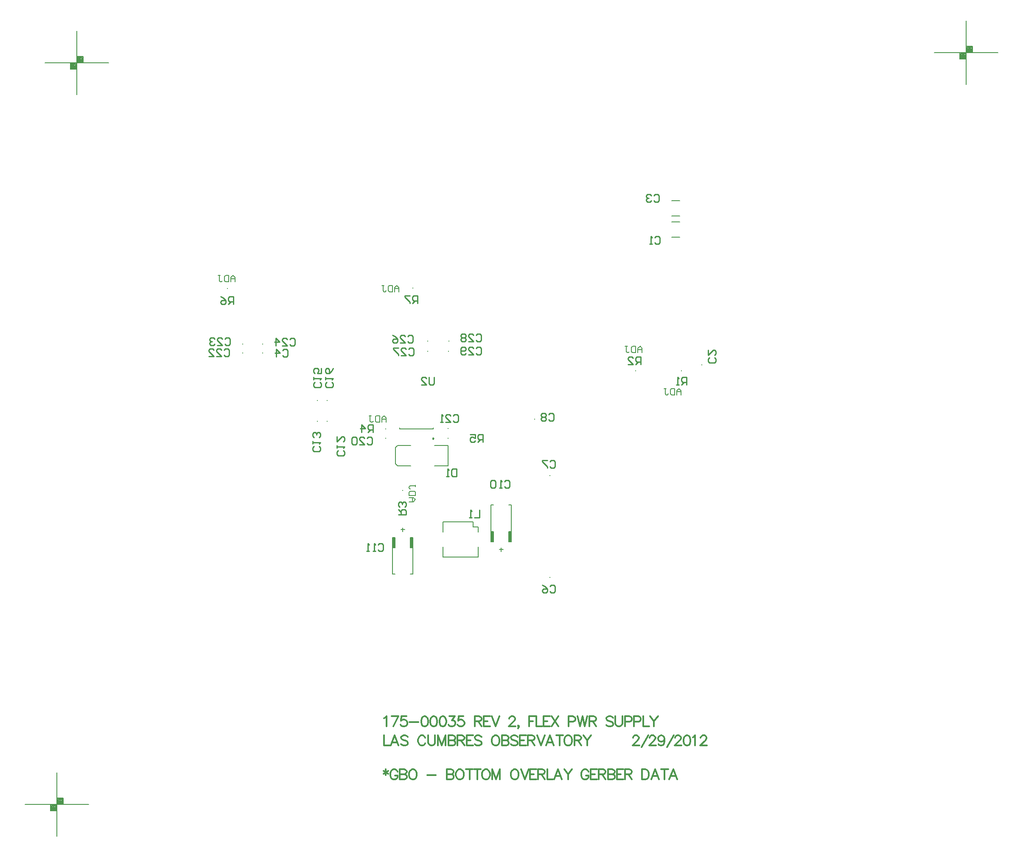
<source format=gbo>
%FSLAX23Y23*%
%MOIN*%
G70*
G01*
G75*
G04 Layer_Color=32896*
%ADD10R,0.036X0.036*%
%ADD11R,0.050X0.050*%
%ADD12R,0.059X0.039*%
%ADD13O,0.014X0.067*%
%ADD14O,0.024X0.079*%
%ADD15R,0.050X0.050*%
%ADD16R,0.268X0.272*%
%ADD17R,0.037X0.075*%
%ADD18C,0.010*%
%ADD19C,0.020*%
%ADD20C,0.012*%
%ADD21R,5.000X0.079*%
%ADD22R,0.221X0.206*%
%ADD23R,6.378X0.079*%
%ADD24R,0.221X0.197*%
%ADD25R,0.262X0.135*%
%ADD26C,0.008*%
%ADD27C,0.012*%
%ADD28C,0.012*%
%ADD29R,0.059X0.059*%
%ADD30C,0.059*%
%ADD31C,0.157*%
%ADD32C,0.080*%
%ADD33C,0.079*%
%ADD34R,0.079X0.079*%
%ADD35R,0.120X0.120*%
%ADD36C,0.120*%
%ADD37C,0.055*%
%ADD38C,0.065*%
%ADD39C,0.115*%
%ADD40R,0.115X0.115*%
%ADD41C,0.037*%
%ADD42C,0.233*%
%ADD43C,0.220*%
%ADD44C,0.064*%
%ADD45C,0.020*%
%ADD46R,0.059X0.059*%
%ADD47C,0.030*%
%ADD48C,0.050*%
%ADD49C,0.024*%
%ADD50C,0.040*%
%ADD51C,0.075*%
%ADD52C,0.206*%
%ADD53C,0.092*%
G04:AMPARAMS|DCode=54|XSize=112mil|YSize=112mil|CornerRadius=0mil|HoleSize=0mil|Usage=FLASHONLY|Rotation=0.000|XOffset=0mil|YOffset=0mil|HoleType=Round|Shape=Relief|Width=10mil|Gap=10mil|Entries=4|*
%AMTHD54*
7,0,0,0.112,0.092,0.010,45*
%
%ADD54THD54*%
%ADD55C,0.087*%
%ADD56C,0.118*%
%ADD57C,0.073*%
%ADD58C,0.190*%
G04:AMPARAMS|DCode=59|XSize=107.244mil|YSize=107.244mil|CornerRadius=0mil|HoleSize=0mil|Usage=FLASHONLY|Rotation=0.000|XOffset=0mil|YOffset=0mil|HoleType=Round|Shape=Relief|Width=10mil|Gap=10mil|Entries=4|*
%AMTHD59*
7,0,0,0.107,0.087,0.010,45*
%
%ADD59THD59*%
G04:AMPARAMS|DCode=60|XSize=138mil|YSize=138mil|CornerRadius=0mil|HoleSize=0mil|Usage=FLASHONLY|Rotation=0.000|XOffset=0mil|YOffset=0mil|HoleType=Round|Shape=Relief|Width=10mil|Gap=10mil|Entries=4|*
%AMTHD60*
7,0,0,0.138,0.118,0.010,45*
%
%ADD60THD60*%
%ADD61C,0.067*%
%ADD62C,0.056*%
%ADD63C,0.104*%
G04:AMPARAMS|DCode=64|XSize=70mil|YSize=70mil|CornerRadius=0mil|HoleSize=0mil|Usage=FLASHONLY|Rotation=0.000|XOffset=0mil|YOffset=0mil|HoleType=Round|Shape=Relief|Width=10mil|Gap=10mil|Entries=4|*
%AMTHD64*
7,0,0,0.070,0.050,0.010,45*
%
%ADD64THD64*%
G04:AMPARAMS|DCode=65|XSize=95.433mil|YSize=95.433mil|CornerRadius=0mil|HoleSize=0mil|Usage=FLASHONLY|Rotation=0.000|XOffset=0mil|YOffset=0mil|HoleType=Round|Shape=Relief|Width=10mil|Gap=10mil|Entries=4|*
%AMTHD65*
7,0,0,0.095,0.075,0.010,45*
%
%ADD65THD65*%
%ADD66C,0.055*%
%ADD67C,0.068*%
G04:AMPARAMS|DCode=68|XSize=88mil|YSize=88mil|CornerRadius=0mil|HoleSize=0mil|Usage=FLASHONLY|Rotation=0.000|XOffset=0mil|YOffset=0mil|HoleType=Round|Shape=Relief|Width=10mil|Gap=10mil|Entries=4|*
%AMTHD68*
7,0,0,0.088,0.068,0.010,45*
%
%ADD68THD68*%
G04:AMPARAMS|DCode=69|XSize=226.142mil|YSize=226.142mil|CornerRadius=0mil|HoleSize=0mil|Usage=FLASHONLY|Rotation=0.000|XOffset=0mil|YOffset=0mil|HoleType=Round|Shape=Relief|Width=10mil|Gap=10mil|Entries=4|*
%AMTHD69*
7,0,0,0.226,0.206,0.010,45*
%
%ADD69THD69*%
G04:AMPARAMS|DCode=70|XSize=93.465mil|YSize=93.465mil|CornerRadius=0mil|HoleSize=0mil|Usage=FLASHONLY|Rotation=0.000|XOffset=0mil|YOffset=0mil|HoleType=Round|Shape=Relief|Width=10mil|Gap=10mil|Entries=4|*
%AMTHD70*
7,0,0,0.093,0.073,0.010,45*
%
%ADD70THD70*%
G04:AMPARAMS|DCode=71|XSize=100mil|YSize=100mil|CornerRadius=0mil|HoleSize=0mil|Usage=FLASHONLY|Rotation=0.000|XOffset=0mil|YOffset=0mil|HoleType=Round|Shape=Relief|Width=10mil|Gap=10mil|Entries=4|*
%AMTHD71*
7,0,0,0.100,0.080,0.010,45*
%
%ADD71THD71*%
G04:AMPARAMS|DCode=72|XSize=75mil|YSize=75mil|CornerRadius=0mil|HoleSize=0mil|Usage=FLASHONLY|Rotation=0.000|XOffset=0mil|YOffset=0mil|HoleType=Round|Shape=Relief|Width=10mil|Gap=10mil|Entries=4|*
%AMTHD72*
7,0,0,0.075,0.055,0.010,45*
%
%ADD72THD72*%
%ADD73R,0.094X0.102*%
%ADD74R,0.055X0.130*%
%ADD75R,0.059X0.087*%
%ADD76R,0.094X0.130*%
%ADD77C,0.050*%
%ADD78C,0.025*%
%ADD79C,0.007*%
%ADD80R,4.998X0.079*%
%ADD81C,0.025*%
%ADD82C,0.010*%
%ADD83C,0.024*%
%ADD84C,0.010*%
%ADD85C,0.006*%
%ADD86C,0.007*%
%ADD87C,0.008*%
%ADD88R,0.190X0.123*%
%ADD89R,0.230X0.340*%
%ADD90R,0.240X0.280*%
%ADD91R,0.230X0.275*%
%ADD92R,0.230X0.315*%
%ADD93R,0.044X0.044*%
%ADD94R,0.058X0.058*%
%ADD95R,0.067X0.047*%
%ADD96O,0.022X0.075*%
%ADD97O,0.032X0.087*%
%ADD98R,0.058X0.058*%
%ADD99R,0.276X0.280*%
%ADD100R,0.045X0.083*%
%ADD101R,0.067X0.067*%
%ADD102C,0.067*%
%ADD103C,0.165*%
%ADD104C,0.088*%
%ADD105C,0.087*%
%ADD106R,0.087X0.087*%
%ADD107R,0.128X0.128*%
%ADD108C,0.128*%
%ADD109C,0.063*%
%ADD110C,0.073*%
%ADD111C,0.123*%
%ADD112R,0.123X0.123*%
%ADD113C,0.241*%
%ADD114C,0.228*%
%ADD115C,0.072*%
%ADD116C,0.028*%
%ADD117R,0.067X0.067*%
%ADD118C,0.038*%
%ADD119C,0.058*%
%ADD120C,0.032*%
%ADD121R,1.028X0.327*%
%ADD122R,0.102X0.110*%
%ADD123R,0.063X0.138*%
%ADD124R,0.067X0.095*%
%ADD125R,0.102X0.138*%
%ADD126C,0.033*%
%ADD127R,0.020X0.082*%
D18*
X49185Y32644D02*
X49245D01*
Y32674D01*
X49235Y32684D01*
X49215D01*
X49205Y32674D01*
Y32644D01*
Y32664D02*
X49185Y32684D01*
X49235Y32704D02*
X49245Y32714D01*
Y32734D01*
X49235Y32744D01*
X49225D01*
X49215Y32734D01*
Y32724D01*
Y32734D01*
X49205Y32744D01*
X49195D01*
X49185Y32734D01*
Y32714D01*
X49195Y32704D01*
X48939Y33244D02*
X48949Y33254D01*
X48969D01*
X48979Y33244D01*
Y33204D01*
X48969Y33194D01*
X48949D01*
X48939Y33204D01*
X48879Y33194D02*
X48919D01*
X48879Y33234D01*
Y33244D01*
X48889Y33254D01*
X48909D01*
X48919Y33244D01*
X48859D02*
X48849Y33254D01*
X48829D01*
X48819Y33244D01*
Y33204D01*
X48829Y33194D01*
X48849D01*
X48859Y33204D01*
Y33244D01*
X48664Y33685D02*
X48674Y33675D01*
Y33655D01*
X48664Y33645D01*
X48624D01*
X48614Y33655D01*
Y33675D01*
X48624Y33685D01*
X48614Y33705D02*
Y33725D01*
Y33715D01*
X48674D01*
X48664Y33705D01*
X48674Y33795D02*
X48664Y33775D01*
X48644Y33755D01*
X48624D01*
X48614Y33765D01*
Y33785D01*
X48624Y33795D01*
X48634D01*
X48644Y33785D01*
Y33755D01*
X48571Y33686D02*
X48581Y33676D01*
Y33656D01*
X48571Y33646D01*
X48531D01*
X48521Y33656D01*
Y33676D01*
X48531Y33686D01*
X48521Y33706D02*
Y33726D01*
Y33716D01*
X48581D01*
X48571Y33706D01*
X48581Y33796D02*
Y33756D01*
X48551D01*
X48561Y33776D01*
Y33786D01*
X48551Y33796D01*
X48531D01*
X48521Y33786D01*
Y33766D01*
X48531Y33756D01*
X48563Y33183D02*
X48573Y33173D01*
Y33153D01*
X48563Y33143D01*
X48523D01*
X48513Y33153D01*
Y33173D01*
X48523Y33183D01*
X48513Y33203D02*
Y33223D01*
Y33213D01*
X48573D01*
X48563Y33203D01*
Y33253D02*
X48573Y33263D01*
Y33283D01*
X48563Y33293D01*
X48553D01*
X48543Y33283D01*
Y33273D01*
Y33283D01*
X48533Y33293D01*
X48523D01*
X48513Y33283D01*
Y33263D01*
X48523Y33253D01*
X48754Y33149D02*
X48764Y33139D01*
Y33119D01*
X48754Y33109D01*
X48714D01*
X48704Y33119D01*
Y33139D01*
X48714Y33149D01*
X48704Y33169D02*
Y33189D01*
Y33179D01*
X48764D01*
X48754Y33169D01*
X48704Y33259D02*
Y33219D01*
X48744Y33259D01*
X48754D01*
X48764Y33249D01*
Y33229D01*
X48754Y33219D01*
X50367Y33432D02*
X50377Y33442D01*
X50397D01*
X50407Y33432D01*
Y33392D01*
X50397Y33382D01*
X50377D01*
X50367Y33392D01*
X50347Y33432D02*
X50337Y33442D01*
X50317D01*
X50307Y33432D01*
Y33422D01*
X50317Y33412D01*
X50307Y33402D01*
Y33392D01*
X50317Y33382D01*
X50337D01*
X50347Y33392D01*
Y33402D01*
X50337Y33412D01*
X50347Y33422D01*
Y33432D01*
X50337Y33412D02*
X50317D01*
X51199Y34822D02*
X51209Y34832D01*
X51229D01*
X51239Y34822D01*
Y34782D01*
X51229Y34772D01*
X51209D01*
X51199Y34782D01*
X51179Y34772D02*
X51159D01*
X51169D01*
Y34832D01*
X51179Y34822D01*
X51671Y33878D02*
X51681Y33868D01*
Y33848D01*
X51671Y33838D01*
X51631D01*
X51621Y33848D01*
Y33868D01*
X51631Y33878D01*
X51621Y33938D02*
Y33898D01*
X51661Y33938D01*
X51671D01*
X51681Y33928D01*
Y33908D01*
X51671Y33898D01*
X51194Y35151D02*
X51204Y35161D01*
X51224D01*
X51234Y35151D01*
Y35111D01*
X51224Y35101D01*
X51204D01*
X51194Y35111D01*
X51174Y35151D02*
X51164Y35161D01*
X51144D01*
X51134Y35151D01*
Y35141D01*
X51144Y35131D01*
X51154D01*
X51144D01*
X51134Y35121D01*
Y35111D01*
X51144Y35101D01*
X51164D01*
X51174Y35111D01*
X48277Y33936D02*
X48287Y33946D01*
X48307D01*
X48317Y33936D01*
Y33896D01*
X48307Y33886D01*
X48287D01*
X48277Y33896D01*
X48227Y33886D02*
Y33946D01*
X48257Y33916D01*
X48217D01*
X51451Y33664D02*
Y33724D01*
X51421D01*
X51411Y33714D01*
Y33694D01*
X51421Y33684D01*
X51451D01*
X51431D02*
X51411Y33664D01*
X51391D02*
X51371D01*
X51381D01*
Y33724D01*
X51391Y33714D01*
X51089Y33827D02*
Y33887D01*
X51059D01*
X51049Y33877D01*
Y33857D01*
X51059Y33847D01*
X51089D01*
X51069D02*
X51049Y33827D01*
X50989D02*
X51029D01*
X50989Y33867D01*
Y33877D01*
X50999Y33887D01*
X51019D01*
X51029Y33877D01*
X50021Y32905D02*
X50031Y32915D01*
X50051D01*
X50061Y32905D01*
Y32865D01*
X50051Y32855D01*
X50031D01*
X50021Y32865D01*
X50001Y32855D02*
X49981D01*
X49991D01*
Y32915D01*
X50001Y32905D01*
X49951D02*
X49941Y32915D01*
X49921D01*
X49911Y32905D01*
Y32865D01*
X49921Y32855D01*
X49941D01*
X49951Y32865D01*
Y32905D01*
X49026Y32409D02*
X49036Y32419D01*
X49056D01*
X49066Y32409D01*
Y32369D01*
X49056Y32359D01*
X49036D01*
X49026Y32369D01*
X49006Y32359D02*
X48986D01*
X48996D01*
Y32419D01*
X49006Y32409D01*
X48956Y32359D02*
X48936D01*
X48946D01*
Y32419D01*
X48956Y32409D01*
X49824Y32682D02*
Y32623D01*
X49784D01*
X49764D02*
X49744D01*
X49754D01*
Y32682D01*
X49764Y32672D01*
X50377Y32083D02*
X50387Y32093D01*
X50407D01*
X50417Y32083D01*
Y32043D01*
X50407Y32033D01*
X50387D01*
X50377Y32043D01*
X50317Y32093D02*
X50337Y32083D01*
X50357Y32063D01*
Y32043D01*
X50347Y32033D01*
X50327D01*
X50317Y32043D01*
Y32053D01*
X50327Y32063D01*
X50357D01*
X50377Y33061D02*
X50387Y33071D01*
X50407D01*
X50417Y33061D01*
Y33021D01*
X50407Y33011D01*
X50387D01*
X50377Y33021D01*
X50357Y33071D02*
X50317D01*
Y33061D01*
X50357Y33021D01*
Y33011D01*
X49618Y33421D02*
X49628Y33431D01*
X49648D01*
X49658Y33421D01*
Y33381D01*
X49648Y33371D01*
X49628D01*
X49618Y33381D01*
X49558Y33371D02*
X49598D01*
X49558Y33411D01*
Y33421D01*
X49568Y33431D01*
X49588D01*
X49598Y33421D01*
X49538Y33371D02*
X49518D01*
X49528D01*
Y33431D01*
X49538Y33421D01*
X47816Y33938D02*
X47826Y33948D01*
X47846D01*
X47856Y33938D01*
Y33898D01*
X47846Y33888D01*
X47826D01*
X47816Y33898D01*
X47756Y33888D02*
X47796D01*
X47756Y33928D01*
Y33938D01*
X47766Y33948D01*
X47786D01*
X47796Y33938D01*
X47696Y33888D02*
X47736D01*
X47696Y33928D01*
Y33938D01*
X47706Y33948D01*
X47726D01*
X47736Y33938D01*
X47823Y34026D02*
X47833Y34036D01*
X47853D01*
X47863Y34026D01*
Y33986D01*
X47853Y33976D01*
X47833D01*
X47823Y33986D01*
X47763Y33976D02*
X47803D01*
X47763Y34016D01*
Y34026D01*
X47773Y34036D01*
X47793D01*
X47803Y34026D01*
X47743D02*
X47733Y34036D01*
X47713D01*
X47703Y34026D01*
Y34016D01*
X47713Y34006D01*
X47723D01*
X47713D01*
X47703Y33996D01*
Y33986D01*
X47713Y33976D01*
X47733D01*
X47743Y33986D01*
X48332Y34021D02*
X48342Y34031D01*
X48362D01*
X48372Y34021D01*
Y33981D01*
X48362Y33971D01*
X48342D01*
X48332Y33981D01*
X48272Y33971D02*
X48312D01*
X48272Y34011D01*
Y34021D01*
X48282Y34031D01*
X48302D01*
X48312Y34021D01*
X48222Y33971D02*
Y34031D01*
X48252Y34001D01*
X48212D01*
X49260Y34044D02*
X49270Y34054D01*
X49290D01*
X49300Y34044D01*
Y34004D01*
X49290Y33994D01*
X49270D01*
X49260Y34004D01*
X49200Y33994D02*
X49240D01*
X49200Y34034D01*
Y34044D01*
X49210Y34054D01*
X49230D01*
X49240Y34044D01*
X49140Y34054D02*
X49160Y34044D01*
X49180Y34024D01*
Y34004D01*
X49170Y33994D01*
X49150D01*
X49140Y34004D01*
Y34014D01*
X49150Y34024D01*
X49180D01*
X49265Y33945D02*
X49275Y33955D01*
X49295D01*
X49305Y33945D01*
Y33905D01*
X49295Y33895D01*
X49275D01*
X49265Y33905D01*
X49205Y33895D02*
X49245D01*
X49205Y33935D01*
Y33945D01*
X49215Y33955D01*
X49235D01*
X49245Y33945D01*
X49185Y33955D02*
X49145D01*
Y33945D01*
X49185Y33905D01*
Y33895D01*
X49796Y34056D02*
X49806Y34066D01*
X49826D01*
X49836Y34056D01*
Y34016D01*
X49826Y34006D01*
X49806D01*
X49796Y34016D01*
X49736Y34006D02*
X49776D01*
X49736Y34046D01*
Y34056D01*
X49746Y34066D01*
X49766D01*
X49776Y34056D01*
X49716D02*
X49706Y34066D01*
X49686D01*
X49676Y34056D01*
Y34046D01*
X49686Y34036D01*
X49676Y34026D01*
Y34016D01*
X49686Y34006D01*
X49706D01*
X49716Y34016D01*
Y34026D01*
X49706Y34036D01*
X49716Y34046D01*
Y34056D01*
X49706Y34036D02*
X49686D01*
X49796Y33952D02*
X49806Y33962D01*
X49826D01*
X49836Y33952D01*
Y33912D01*
X49826Y33902D01*
X49806D01*
X49796Y33912D01*
X49736Y33902D02*
X49776D01*
X49736Y33942D01*
Y33952D01*
X49746Y33962D01*
X49766D01*
X49776Y33952D01*
X49716Y33912D02*
X49706Y33902D01*
X49686D01*
X49676Y33912D01*
Y33952D01*
X49686Y33962D01*
X49706D01*
X49716Y33952D01*
Y33942D01*
X49706Y33932D01*
X49676D01*
X49643Y33006D02*
Y32946D01*
X49613D01*
X49603Y32956D01*
Y32996D01*
X49613Y33006D01*
X49643D01*
X49583Y32946D02*
X49563D01*
X49573D01*
Y33006D01*
X49583Y32996D01*
X48986Y33292D02*
Y33352D01*
X48956D01*
X48946Y33342D01*
Y33322D01*
X48956Y33312D01*
X48986D01*
X48966D02*
X48946Y33292D01*
X48896D02*
Y33352D01*
X48926Y33322D01*
X48886D01*
X49850Y33214D02*
Y33274D01*
X49820D01*
X49810Y33264D01*
Y33244D01*
X49820Y33234D01*
X49850D01*
X49830D02*
X49810Y33214D01*
X49750Y33274D02*
X49790D01*
Y33244D01*
X49770Y33254D01*
X49760D01*
X49750Y33244D01*
Y33224D01*
X49760Y33214D01*
X49780D01*
X49790Y33224D01*
X47889Y34299D02*
Y34359D01*
X47859D01*
X47849Y34349D01*
Y34329D01*
X47859Y34319D01*
X47889D01*
X47869D02*
X47849Y34299D01*
X47789Y34359D02*
X47809Y34349D01*
X47829Y34329D01*
Y34309D01*
X47819Y34299D01*
X47799D01*
X47789Y34309D01*
Y34319D01*
X47799Y34329D01*
X47829D01*
X49338Y34304D02*
Y34364D01*
X49308D01*
X49298Y34354D01*
Y34334D01*
X49308Y34324D01*
X49338D01*
X49318D02*
X49298Y34304D01*
X49278Y34364D02*
X49238D01*
Y34354D01*
X49278Y34314D01*
Y34304D01*
X49465Y33726D02*
Y33676D01*
X49455Y33667D01*
X49435D01*
X49425Y33676D01*
Y33726D01*
X49365Y33667D02*
X49405D01*
X49365Y33706D01*
Y33716D01*
X49375Y33726D01*
X49395D01*
X49405Y33716D01*
D20*
X49088Y30644D02*
Y30598D01*
X49069Y30633D02*
X49107Y30610D01*
Y30633D02*
X49069Y30610D01*
X49180Y30625D02*
X49176Y30633D01*
X49169Y30640D01*
X49161Y30644D01*
X49146D01*
X49138Y30640D01*
X49131Y30633D01*
X49127Y30625D01*
X49123Y30614D01*
Y30594D01*
X49127Y30583D01*
X49131Y30575D01*
X49138Y30568D01*
X49146Y30564D01*
X49161D01*
X49169Y30568D01*
X49176Y30575D01*
X49180Y30583D01*
Y30594D01*
X49161D02*
X49180D01*
X49198Y30644D02*
Y30564D01*
Y30644D02*
X49233D01*
X49244Y30640D01*
X49248Y30636D01*
X49252Y30629D01*
Y30621D01*
X49248Y30614D01*
X49244Y30610D01*
X49233Y30606D01*
X49198D02*
X49233D01*
X49244Y30602D01*
X49248Y30598D01*
X49252Y30591D01*
Y30579D01*
X49248Y30572D01*
X49244Y30568D01*
X49233Y30564D01*
X49198D01*
X49293Y30644D02*
X49285Y30640D01*
X49277Y30633D01*
X49273Y30625D01*
X49270Y30614D01*
Y30594D01*
X49273Y30583D01*
X49277Y30575D01*
X49285Y30568D01*
X49293Y30564D01*
X49308D01*
X49315Y30568D01*
X49323Y30575D01*
X49327Y30583D01*
X49331Y30594D01*
Y30614D01*
X49327Y30625D01*
X49323Y30633D01*
X49315Y30640D01*
X49308Y30644D01*
X49293D01*
X49412Y30598D02*
X49481D01*
X49567Y30644D02*
Y30564D01*
Y30644D02*
X49601D01*
X49613Y30640D01*
X49617Y30636D01*
X49620Y30629D01*
Y30621D01*
X49617Y30614D01*
X49613Y30610D01*
X49601Y30606D01*
X49567D02*
X49601D01*
X49613Y30602D01*
X49617Y30598D01*
X49620Y30591D01*
Y30579D01*
X49617Y30572D01*
X49613Y30568D01*
X49601Y30564D01*
X49567D01*
X49661Y30644D02*
X49654Y30640D01*
X49646Y30633D01*
X49642Y30625D01*
X49638Y30614D01*
Y30594D01*
X49642Y30583D01*
X49646Y30575D01*
X49654Y30568D01*
X49661Y30564D01*
X49676D01*
X49684Y30568D01*
X49692Y30575D01*
X49695Y30583D01*
X49699Y30594D01*
Y30614D01*
X49695Y30625D01*
X49692Y30633D01*
X49684Y30640D01*
X49676Y30644D01*
X49661D01*
X49745D02*
Y30564D01*
X49718Y30644D02*
X49771D01*
X49807D02*
Y30564D01*
X49781Y30644D02*
X49834D01*
X49866D02*
X49859Y30640D01*
X49851Y30633D01*
X49847Y30625D01*
X49844Y30614D01*
Y30594D01*
X49847Y30583D01*
X49851Y30575D01*
X49859Y30568D01*
X49866Y30564D01*
X49882D01*
X49889Y30568D01*
X49897Y30575D01*
X49901Y30583D01*
X49905Y30594D01*
Y30614D01*
X49901Y30625D01*
X49897Y30633D01*
X49889Y30640D01*
X49882Y30644D01*
X49866D01*
X49923D02*
Y30564D01*
Y30644D02*
X49954Y30564D01*
X49984Y30644D02*
X49954Y30564D01*
X49984Y30644D02*
Y30564D01*
X50093Y30644D02*
X50085Y30640D01*
X50077Y30633D01*
X50074Y30625D01*
X50070Y30614D01*
Y30594D01*
X50074Y30583D01*
X50077Y30575D01*
X50085Y30568D01*
X50093Y30564D01*
X50108D01*
X50116Y30568D01*
X50123Y30575D01*
X50127Y30583D01*
X50131Y30594D01*
Y30614D01*
X50127Y30625D01*
X50123Y30633D01*
X50116Y30640D01*
X50108Y30644D01*
X50093D01*
X50149D02*
X50180Y30564D01*
X50210Y30644D02*
X50180Y30564D01*
X50270Y30644D02*
X50221D01*
Y30564D01*
X50270D01*
X50221Y30606D02*
X50251D01*
X50284Y30644D02*
Y30564D01*
Y30644D02*
X50318D01*
X50329Y30640D01*
X50333Y30636D01*
X50337Y30629D01*
Y30621D01*
X50333Y30614D01*
X50329Y30610D01*
X50318Y30606D01*
X50284D01*
X50310D02*
X50337Y30564D01*
X50355Y30644D02*
Y30564D01*
X50400D01*
X50470D02*
X50440Y30644D01*
X50409Y30564D01*
X50421Y30591D02*
X50459D01*
X50489Y30644D02*
X50519Y30606D01*
Y30564D01*
X50550Y30644D02*
X50519Y30606D01*
X50680Y30625D02*
X50676Y30633D01*
X50669Y30640D01*
X50661Y30644D01*
X50646D01*
X50638Y30640D01*
X50631Y30633D01*
X50627Y30625D01*
X50623Y30614D01*
Y30594D01*
X50627Y30583D01*
X50631Y30575D01*
X50638Y30568D01*
X50646Y30564D01*
X50661D01*
X50669Y30568D01*
X50676Y30575D01*
X50680Y30583D01*
Y30594D01*
X50661D02*
X50680D01*
X50748Y30644D02*
X50698D01*
Y30564D01*
X50748D01*
X50698Y30606D02*
X50729D01*
X50761Y30644D02*
Y30564D01*
Y30644D02*
X50795D01*
X50807Y30640D01*
X50811Y30636D01*
X50814Y30629D01*
Y30621D01*
X50811Y30614D01*
X50807Y30610D01*
X50795Y30606D01*
X50761D01*
X50788D02*
X50814Y30564D01*
X50832Y30644D02*
Y30564D01*
Y30644D02*
X50867D01*
X50878Y30640D01*
X50882Y30636D01*
X50886Y30629D01*
Y30621D01*
X50882Y30614D01*
X50878Y30610D01*
X50867Y30606D01*
X50832D02*
X50867D01*
X50878Y30602D01*
X50882Y30598D01*
X50886Y30591D01*
Y30579D01*
X50882Y30572D01*
X50878Y30568D01*
X50867Y30564D01*
X50832D01*
X50953Y30644D02*
X50904D01*
Y30564D01*
X50953D01*
X50904Y30606D02*
X50934D01*
X50966Y30644D02*
Y30564D01*
Y30644D02*
X51001D01*
X51012Y30640D01*
X51016Y30636D01*
X51020Y30629D01*
Y30621D01*
X51016Y30614D01*
X51012Y30610D01*
X51001Y30606D01*
X50966D01*
X50993D02*
X51020Y30564D01*
X51100Y30644D02*
Y30564D01*
Y30644D02*
X51127D01*
X51139Y30640D01*
X51146Y30633D01*
X51150Y30625D01*
X51154Y30614D01*
Y30594D01*
X51150Y30583D01*
X51146Y30575D01*
X51139Y30568D01*
X51127Y30564D01*
X51100D01*
X51233D02*
X51202Y30644D01*
X51172Y30564D01*
X51183Y30591D02*
X51221D01*
X51278Y30644D02*
Y30564D01*
X51251Y30644D02*
X51305D01*
X51375Y30564D02*
X51345Y30644D01*
X51314Y30564D01*
X51326Y30591D02*
X51364D01*
D26*
X49914Y32431D02*
Y32721D01*
X50074Y32431D02*
Y32721D01*
X49934Y32431D02*
Y32513D01*
X50054Y32431D02*
Y32513D01*
X49914Y32721D02*
X49934D01*
X49914Y32431D02*
X49934D01*
X50054D02*
X50074D01*
X50054Y32721D02*
X50074D01*
X49914Y32513D02*
X49934D01*
X50054D02*
X50074D01*
X49301Y32178D02*
Y32467D01*
X49141Y32178D02*
Y32467D01*
X49281Y32386D02*
Y32467D01*
X49161Y32386D02*
Y32467D01*
X49281Y32178D02*
X49301D01*
X49281Y32467D02*
X49301D01*
X49141D02*
X49161D01*
X49141Y32178D02*
X49161D01*
X49281Y32386D02*
X49301D01*
X49141D02*
X49161D01*
X51101Y33918D02*
Y33951D01*
X51085Y33968D01*
X51068Y33951D01*
Y33918D01*
Y33943D01*
X51101D01*
X51051Y33968D02*
Y33918D01*
X51026D01*
X51018Y33926D01*
Y33960D01*
X51026Y33968D01*
X51051D01*
X50968D02*
X50985D01*
X50976D01*
Y33926D01*
X50985Y33918D01*
X50993D01*
X51001Y33926D01*
X51407Y33587D02*
Y33620D01*
X51391Y33637D01*
X51374Y33620D01*
Y33587D01*
Y33612D01*
X51407D01*
X51357Y33637D02*
Y33587D01*
X51332D01*
X51324Y33595D01*
Y33629D01*
X51332Y33637D01*
X51357D01*
X51274D02*
X51291D01*
X51282D01*
Y33595D01*
X51291Y33587D01*
X51299D01*
X51307Y33595D01*
X49190Y34397D02*
Y34430D01*
X49174Y34447D01*
X49157Y34430D01*
Y34397D01*
Y34422D01*
X49190D01*
X49140Y34447D02*
Y34397D01*
X49115D01*
X49107Y34405D01*
Y34439D01*
X49115Y34447D01*
X49140D01*
X49057D02*
X49074D01*
X49065D01*
Y34405D01*
X49074Y34397D01*
X49082D01*
X49090Y34405D01*
X47904Y34475D02*
Y34508D01*
X47888Y34525D01*
X47871Y34508D01*
Y34475D01*
Y34500D01*
X47904D01*
X47854Y34525D02*
Y34475D01*
X47829D01*
X47821Y34483D01*
Y34517D01*
X47829Y34525D01*
X47854D01*
X47771D02*
X47788D01*
X47779D01*
Y34483D01*
X47788Y34475D01*
X47796D01*
X47804Y34483D01*
X49270Y32747D02*
X49304D01*
X49320Y32764D01*
X49304Y32780D01*
X49270D01*
X49295D01*
Y32747D01*
X49320Y32797D02*
X49270D01*
Y32822D01*
X49279Y32830D01*
X49312D01*
X49320Y32822D01*
Y32797D01*
Y32880D02*
Y32864D01*
Y32872D01*
X49279D01*
X49270Y32864D01*
Y32855D01*
X49279Y32847D01*
X49089Y33372D02*
Y33405D01*
X49073Y33422D01*
X49056Y33405D01*
Y33372D01*
Y33397D01*
X49089D01*
X49039Y33422D02*
Y33372D01*
X49014D01*
X49006Y33380D01*
Y33414D01*
X49014Y33422D01*
X49039D01*
X48956D02*
X48973D01*
X48964D01*
Y33380D01*
X48973Y33372D01*
X48981D01*
X48989Y33380D01*
X46410Y36197D02*
X46910D01*
X46660Y35947D02*
Y36447D01*
X46710Y36197D02*
Y36247D01*
X46660D02*
X46710D01*
X46610Y36147D02*
Y36197D01*
Y36147D02*
X46660D01*
X46615Y36192D02*
X46655D01*
X46615Y36152D02*
Y36192D01*
Y36152D02*
X46655D01*
Y36192D01*
X46620Y36187D02*
X46650D01*
X46620Y36157D02*
Y36187D01*
Y36157D02*
X46650D01*
Y36182D01*
X46625D02*
X46645D01*
X46625Y36162D02*
Y36182D01*
Y36162D02*
X46645D01*
Y36177D01*
X46630D02*
X46640D01*
X46630Y36167D02*
Y36177D01*
Y36167D02*
X46640D01*
Y36177D01*
X46630Y36172D02*
X46640D01*
X46665Y36242D02*
X46705D01*
X46665Y36202D02*
Y36242D01*
Y36202D02*
X46705D01*
Y36242D01*
X46670Y36237D02*
X46700D01*
X46670Y36207D02*
Y36237D01*
Y36207D02*
X46700D01*
Y36232D01*
X46675D02*
X46695D01*
X46675Y36212D02*
Y36232D01*
Y36212D02*
X46695D01*
Y36227D01*
X46680D02*
X46690D01*
X46680Y36217D02*
Y36227D01*
Y36217D02*
X46690D01*
Y36227D01*
X46680Y36222D02*
X46690D01*
X46252Y30370D02*
X46752D01*
X46502Y30120D02*
Y30620D01*
X46552Y30370D02*
Y30420D01*
X46502D02*
X46552D01*
X46452Y30320D02*
Y30370D01*
Y30320D02*
X46502D01*
X46457Y30365D02*
X46497D01*
X46457Y30325D02*
Y30365D01*
Y30325D02*
X46497D01*
Y30365D01*
X46462Y30360D02*
X46492D01*
X46462Y30330D02*
Y30360D01*
Y30330D02*
X46492D01*
Y30355D01*
X46467D02*
X46487D01*
X46467Y30335D02*
Y30355D01*
Y30335D02*
X46487D01*
Y30350D01*
X46472D02*
X46482D01*
X46472Y30340D02*
Y30350D01*
Y30340D02*
X46482D01*
Y30350D01*
X46472Y30345D02*
X46482D01*
X46507Y30415D02*
X46547D01*
X46507Y30375D02*
Y30415D01*
Y30375D02*
X46547D01*
Y30415D01*
X46512Y30410D02*
X46542D01*
X46512Y30380D02*
Y30410D01*
Y30380D02*
X46542D01*
Y30405D01*
X46517D02*
X46537D01*
X46517Y30385D02*
Y30405D01*
Y30385D02*
X46537D01*
Y30400D01*
X46522D02*
X46532D01*
X46522Y30390D02*
Y30400D01*
Y30390D02*
X46532D01*
Y30400D01*
X46522Y30395D02*
X46532D01*
X53398Y36275D02*
X53898D01*
X53648Y36025D02*
Y36525D01*
X53698Y36275D02*
Y36325D01*
X53648D02*
X53698D01*
X53598Y36225D02*
Y36275D01*
Y36225D02*
X53648D01*
X53603Y36270D02*
X53643D01*
X53603Y36230D02*
Y36270D01*
Y36230D02*
X53643D01*
Y36270D01*
X53608Y36265D02*
X53638D01*
X53608Y36235D02*
Y36265D01*
Y36235D02*
X53638D01*
Y36260D01*
X53613D02*
X53633D01*
X53613Y36240D02*
Y36260D01*
Y36240D02*
X53633D01*
Y36255D01*
X53618D02*
X53628D01*
X53618Y36245D02*
Y36255D01*
Y36245D02*
X53628D01*
Y36255D01*
X53618Y36250D02*
X53628D01*
X53653Y36320D02*
X53693D01*
X53653Y36280D02*
Y36320D01*
Y36280D02*
X53693D01*
Y36320D01*
X53658Y36315D02*
X53688D01*
X53658Y36285D02*
Y36315D01*
Y36285D02*
X53688D01*
Y36310D01*
X53663D02*
X53683D01*
X53663Y36290D02*
Y36310D01*
Y36290D02*
X53683D01*
Y36305D01*
X53668D02*
X53678D01*
X53668Y36295D02*
Y36305D01*
Y36295D02*
X53678D01*
Y36305D01*
X53668Y36300D02*
X53678D01*
D27*
X49073Y30911D02*
Y30831D01*
X49119D01*
X49188D02*
X49158Y30911D01*
X49127Y30831D01*
X49139Y30857D02*
X49177D01*
X49260Y30899D02*
X49253Y30907D01*
X49241Y30911D01*
X49226D01*
X49215Y30907D01*
X49207Y30899D01*
Y30892D01*
X49211Y30884D01*
X49215Y30880D01*
X49222Y30876D01*
X49245Y30869D01*
X49253Y30865D01*
X49257Y30861D01*
X49260Y30853D01*
Y30842D01*
X49253Y30834D01*
X49241Y30831D01*
X49226D01*
X49215Y30834D01*
X49207Y30842D01*
X49398Y30892D02*
X49394Y30899D01*
X49387Y30907D01*
X49379Y30911D01*
X49364D01*
X49356Y30907D01*
X49349Y30899D01*
X49345Y30892D01*
X49341Y30880D01*
Y30861D01*
X49345Y30850D01*
X49349Y30842D01*
X49356Y30834D01*
X49364Y30831D01*
X49379D01*
X49387Y30834D01*
X49394Y30842D01*
X49398Y30850D01*
X49421Y30911D02*
Y30853D01*
X49425Y30842D01*
X49432Y30834D01*
X49444Y30831D01*
X49451D01*
X49463Y30834D01*
X49470Y30842D01*
X49474Y30853D01*
Y30911D01*
X49496D02*
Y30831D01*
Y30911D02*
X49527Y30831D01*
X49557Y30911D02*
X49527Y30831D01*
X49557Y30911D02*
Y30831D01*
X49580Y30911D02*
Y30831D01*
Y30911D02*
X49614D01*
X49626Y30907D01*
X49629Y30903D01*
X49633Y30895D01*
Y30888D01*
X49629Y30880D01*
X49626Y30876D01*
X49614Y30872D01*
X49580D02*
X49614D01*
X49626Y30869D01*
X49629Y30865D01*
X49633Y30857D01*
Y30846D01*
X49629Y30838D01*
X49626Y30834D01*
X49614Y30831D01*
X49580D01*
X49651Y30911D02*
Y30831D01*
Y30911D02*
X49685D01*
X49697Y30907D01*
X49701Y30903D01*
X49705Y30895D01*
Y30888D01*
X49701Y30880D01*
X49697Y30876D01*
X49685Y30872D01*
X49651D01*
X49678D02*
X49705Y30831D01*
X49772Y30911D02*
X49722D01*
Y30831D01*
X49772D01*
X49722Y30872D02*
X49753D01*
X49839Y30899D02*
X49831Y30907D01*
X49820Y30911D01*
X49804D01*
X49793Y30907D01*
X49785Y30899D01*
Y30892D01*
X49789Y30884D01*
X49793Y30880D01*
X49800Y30876D01*
X49823Y30869D01*
X49831Y30865D01*
X49835Y30861D01*
X49839Y30853D01*
Y30842D01*
X49831Y30834D01*
X49820Y30831D01*
X49804D01*
X49793Y30834D01*
X49785Y30842D01*
X49942Y30911D02*
X49935Y30907D01*
X49927Y30899D01*
X49923Y30892D01*
X49919Y30880D01*
Y30861D01*
X49923Y30850D01*
X49927Y30842D01*
X49935Y30834D01*
X49942Y30831D01*
X49957D01*
X49965Y30834D01*
X49973Y30842D01*
X49976Y30850D01*
X49980Y30861D01*
Y30880D01*
X49976Y30892D01*
X49973Y30899D01*
X49965Y30907D01*
X49957Y30911D01*
X49942D01*
X49999D02*
Y30831D01*
Y30911D02*
X50033D01*
X50045Y30907D01*
X50048Y30903D01*
X50052Y30895D01*
Y30888D01*
X50048Y30880D01*
X50045Y30876D01*
X50033Y30872D01*
X49999D02*
X50033D01*
X50045Y30869D01*
X50048Y30865D01*
X50052Y30857D01*
Y30846D01*
X50048Y30838D01*
X50045Y30834D01*
X50033Y30831D01*
X49999D01*
X50123Y30899D02*
X50116Y30907D01*
X50104Y30911D01*
X50089D01*
X50078Y30907D01*
X50070Y30899D01*
Y30892D01*
X50074Y30884D01*
X50078Y30880D01*
X50085Y30876D01*
X50108Y30869D01*
X50116Y30865D01*
X50120Y30861D01*
X50123Y30853D01*
Y30842D01*
X50116Y30834D01*
X50104Y30831D01*
X50089D01*
X50078Y30834D01*
X50070Y30842D01*
X50191Y30911D02*
X50141D01*
Y30831D01*
X50191D01*
X50141Y30872D02*
X50172D01*
X50204Y30911D02*
Y30831D01*
Y30911D02*
X50238D01*
X50250Y30907D01*
X50254Y30903D01*
X50258Y30895D01*
Y30888D01*
X50254Y30880D01*
X50250Y30876D01*
X50238Y30872D01*
X50204D01*
X50231D02*
X50258Y30831D01*
X50275Y30911D02*
X50306Y30831D01*
X50336Y30911D02*
X50306Y30831D01*
X50408D02*
X50377Y30911D01*
X50347Y30831D01*
X50358Y30857D02*
X50396D01*
X50453Y30911D02*
Y30831D01*
X50426Y30911D02*
X50480D01*
X50512D02*
X50504Y30907D01*
X50497Y30899D01*
X50493Y30892D01*
X50489Y30880D01*
Y30861D01*
X50493Y30850D01*
X50497Y30842D01*
X50504Y30834D01*
X50512Y30831D01*
X50527D01*
X50535Y30834D01*
X50542Y30842D01*
X50546Y30850D01*
X50550Y30861D01*
Y30880D01*
X50546Y30892D01*
X50542Y30899D01*
X50535Y30907D01*
X50527Y30911D01*
X50512D01*
X50569D02*
Y30831D01*
Y30911D02*
X50603D01*
X50614Y30907D01*
X50618Y30903D01*
X50622Y30895D01*
Y30888D01*
X50618Y30880D01*
X50614Y30876D01*
X50603Y30872D01*
X50569D01*
X50595D02*
X50622Y30831D01*
X50640Y30911D02*
X50670Y30872D01*
Y30831D01*
X50701Y30911D02*
X50670Y30872D01*
X51029Y30892D02*
Y30895D01*
X51033Y30903D01*
X51037Y30907D01*
X51044Y30911D01*
X51060D01*
X51067Y30907D01*
X51071Y30903D01*
X51075Y30895D01*
Y30888D01*
X51071Y30880D01*
X51063Y30869D01*
X51025Y30831D01*
X51079D01*
X51097Y30819D02*
X51150Y30911D01*
X51159Y30892D02*
Y30895D01*
X51163Y30903D01*
X51167Y30907D01*
X51174Y30911D01*
X51190D01*
X51197Y30907D01*
X51201Y30903D01*
X51205Y30895D01*
Y30888D01*
X51201Y30880D01*
X51193Y30869D01*
X51155Y30831D01*
X51209D01*
X51276Y30884D02*
X51272Y30872D01*
X51265Y30865D01*
X51253Y30861D01*
X51249D01*
X51238Y30865D01*
X51230Y30872D01*
X51226Y30884D01*
Y30888D01*
X51230Y30899D01*
X51238Y30907D01*
X51249Y30911D01*
X51253D01*
X51265Y30907D01*
X51272Y30899D01*
X51276Y30884D01*
Y30865D01*
X51272Y30846D01*
X51265Y30834D01*
X51253Y30831D01*
X51246D01*
X51234Y30834D01*
X51230Y30842D01*
X51298Y30819D02*
X51351Y30911D01*
X51360Y30892D02*
Y30895D01*
X51364Y30903D01*
X51368Y30907D01*
X51375Y30911D01*
X51391D01*
X51398Y30907D01*
X51402Y30903D01*
X51406Y30895D01*
Y30888D01*
X51402Y30880D01*
X51394Y30869D01*
X51356Y30831D01*
X51410D01*
X51450Y30911D02*
X51439Y30907D01*
X51431Y30895D01*
X51428Y30876D01*
Y30865D01*
X51431Y30846D01*
X51439Y30834D01*
X51450Y30831D01*
X51458D01*
X51469Y30834D01*
X51477Y30846D01*
X51481Y30865D01*
Y30876D01*
X51477Y30895D01*
X51469Y30907D01*
X51458Y30911D01*
X51450D01*
X51499Y30895D02*
X51506Y30899D01*
X51518Y30911D01*
Y30831D01*
X51561Y30892D02*
Y30895D01*
X51565Y30903D01*
X51569Y30907D01*
X51576Y30911D01*
X51592D01*
X51599Y30907D01*
X51603Y30903D01*
X51607Y30895D01*
Y30888D01*
X51603Y30880D01*
X51596Y30869D01*
X51557Y30831D01*
X51611D01*
D28*
X49073Y31045D02*
X49081Y31049D01*
X49092Y31061D01*
Y30981D01*
X49185Y31061D02*
X49147Y30981D01*
X49132Y31061D02*
X49185D01*
X49249D02*
X49211D01*
X49207Y31026D01*
X49211Y31030D01*
X49222Y31034D01*
X49233D01*
X49245Y31030D01*
X49252Y31022D01*
X49256Y31011D01*
Y31003D01*
X49252Y30992D01*
X49245Y30984D01*
X49233Y30981D01*
X49222D01*
X49211Y30984D01*
X49207Y30988D01*
X49203Y30996D01*
X49274Y31015D02*
X49343D01*
X49389Y31061D02*
X49378Y31057D01*
X49370Y31045D01*
X49366Y31026D01*
Y31015D01*
X49370Y30996D01*
X49378Y30984D01*
X49389Y30981D01*
X49397D01*
X49408Y30984D01*
X49416Y30996D01*
X49420Y31015D01*
Y31026D01*
X49416Y31045D01*
X49408Y31057D01*
X49397Y31061D01*
X49389D01*
X49460D02*
X49449Y31057D01*
X49441Y31045D01*
X49438Y31026D01*
Y31015D01*
X49441Y30996D01*
X49449Y30984D01*
X49460Y30981D01*
X49468D01*
X49479Y30984D01*
X49487Y30996D01*
X49491Y31015D01*
Y31026D01*
X49487Y31045D01*
X49479Y31057D01*
X49468Y31061D01*
X49460D01*
X49532D02*
X49520Y31057D01*
X49513Y31045D01*
X49509Y31026D01*
Y31015D01*
X49513Y30996D01*
X49520Y30984D01*
X49532Y30981D01*
X49539D01*
X49551Y30984D01*
X49558Y30996D01*
X49562Y31015D01*
Y31026D01*
X49558Y31045D01*
X49551Y31057D01*
X49539Y31061D01*
X49532D01*
X49588D02*
X49629D01*
X49607Y31030D01*
X49618D01*
X49626Y31026D01*
X49629Y31022D01*
X49633Y31011D01*
Y31003D01*
X49629Y30992D01*
X49622Y30984D01*
X49610Y30981D01*
X49599D01*
X49588Y30984D01*
X49584Y30988D01*
X49580Y30996D01*
X49697Y31061D02*
X49659D01*
X49655Y31026D01*
X49659Y31030D01*
X49670Y31034D01*
X49682D01*
X49693Y31030D01*
X49701Y31022D01*
X49705Y31011D01*
Y31003D01*
X49701Y30992D01*
X49693Y30984D01*
X49682Y30981D01*
X49670D01*
X49659Y30984D01*
X49655Y30988D01*
X49651Y30996D01*
X49785Y31061D02*
Y30981D01*
Y31061D02*
X49820D01*
X49831Y31057D01*
X49835Y31053D01*
X49839Y31045D01*
Y31038D01*
X49835Y31030D01*
X49831Y31026D01*
X49820Y31022D01*
X49785D01*
X49812D02*
X49839Y30981D01*
X49906Y31061D02*
X49856D01*
Y30981D01*
X49906D01*
X49856Y31022D02*
X49887D01*
X49919Y31061D02*
X49950Y30981D01*
X49980Y31061D02*
X49950Y30981D01*
X50057Y31042D02*
Y31045D01*
X50061Y31053D01*
X50065Y31057D01*
X50072Y31061D01*
X50088D01*
X50095Y31057D01*
X50099Y31053D01*
X50103Y31045D01*
Y31038D01*
X50099Y31030D01*
X50091Y31019D01*
X50053Y30981D01*
X50107D01*
X50132Y30984D02*
X50128Y30981D01*
X50125Y30984D01*
X50128Y30988D01*
X50132Y30984D01*
Y30977D01*
X50128Y30969D01*
X50125Y30965D01*
X50213Y31061D02*
Y30981D01*
Y31061D02*
X50262D01*
X50213Y31022D02*
X50243D01*
X50271Y31061D02*
Y30981D01*
X50317D01*
X50375Y31061D02*
X50326D01*
Y30981D01*
X50375D01*
X50326Y31022D02*
X50356D01*
X50389Y31061D02*
X50442Y30981D01*
Y31061D02*
X50389Y30981D01*
X50523Y31019D02*
X50557D01*
X50568Y31022D01*
X50572Y31026D01*
X50576Y31034D01*
Y31045D01*
X50572Y31053D01*
X50568Y31057D01*
X50557Y31061D01*
X50523D01*
Y30981D01*
X50594Y31061D02*
X50613Y30981D01*
X50632Y31061D02*
X50613Y30981D01*
X50632Y31061D02*
X50651Y30981D01*
X50670Y31061D02*
X50651Y30981D01*
X50686Y31061D02*
Y30981D01*
Y31061D02*
X50720D01*
X50732Y31057D01*
X50736Y31053D01*
X50739Y31045D01*
Y31038D01*
X50736Y31030D01*
X50732Y31026D01*
X50720Y31022D01*
X50686D01*
X50713D02*
X50739Y30981D01*
X50873Y31049D02*
X50866Y31057D01*
X50854Y31061D01*
X50839D01*
X50828Y31057D01*
X50820Y31049D01*
Y31042D01*
X50824Y31034D01*
X50828Y31030D01*
X50835Y31026D01*
X50858Y31019D01*
X50866Y31015D01*
X50870Y31011D01*
X50873Y31003D01*
Y30992D01*
X50866Y30984D01*
X50854Y30981D01*
X50839D01*
X50828Y30984D01*
X50820Y30992D01*
X50891Y31061D02*
Y31003D01*
X50895Y30992D01*
X50903Y30984D01*
X50914Y30981D01*
X50922D01*
X50933Y30984D01*
X50941Y30992D01*
X50945Y31003D01*
Y31061D01*
X50967Y31019D02*
X51001D01*
X51012Y31022D01*
X51016Y31026D01*
X51020Y31034D01*
Y31045D01*
X51016Y31053D01*
X51012Y31057D01*
X51001Y31061D01*
X50967D01*
Y30981D01*
X51038Y31019D02*
X51072D01*
X51084Y31022D01*
X51087Y31026D01*
X51091Y31034D01*
Y31045D01*
X51087Y31053D01*
X51084Y31057D01*
X51072Y31061D01*
X51038D01*
Y30981D01*
X51109Y31061D02*
Y30981D01*
X51155D01*
X51164Y31061D02*
X51194Y31022D01*
Y30981D01*
X51225Y31061D02*
X51194Y31022D01*
D79*
X49994Y32356D02*
Y32386D01*
X49979Y32371D02*
X50009D01*
X49221Y32513D02*
Y32542D01*
X49206Y32528D02*
X49236D01*
D82*
X49299Y34425D02*
D03*
X47842Y34422D02*
D03*
X49576Y33245D02*
D03*
X49087Y33318D02*
D03*
X49580Y33929D02*
D03*
X49582Y34010D02*
D03*
X49417Y33929D02*
D03*
Y34010D02*
D03*
X48121Y33986D02*
D03*
X47962D02*
D03*
Y33916D02*
D03*
X49576Y33321D02*
D03*
X50376Y32951D02*
D03*
Y32151D02*
D03*
X51051Y33775D02*
D03*
X51411Y33776D02*
D03*
X48121Y33916D02*
D03*
X51571Y33821D02*
D03*
X50256Y33394D02*
D03*
X48626Y33379D02*
D03*
X48551Y33378D02*
D03*
Y33541D02*
D03*
X48626D02*
D03*
X49086Y33245D02*
D03*
X49221Y32836D02*
D03*
D84*
X49464Y33245D02*
X49457Y33249D01*
Y33240D01*
X49464Y33245D01*
D87*
X51333Y34825D02*
X51396D01*
X51333Y34947D02*
X51396D01*
X51333Y34991D02*
X51396D01*
X51333Y35113D02*
X51396D01*
X49674Y32589D02*
X49773D01*
X49812Y32510D02*
Y32549D01*
X49773D02*
X49812D01*
X49773D02*
Y32589D01*
X49537D02*
X49674D01*
X49537Y32510D02*
Y32589D01*
Y32313D02*
Y32392D01*
Y32313D02*
X49812D01*
Y32392D01*
X49181Y33028D02*
X49283D01*
X49163Y33046D02*
X49181Y33028D01*
X49163Y33172D02*
X49181Y33190D01*
X49470Y33190D02*
X49576D01*
X49470Y33028D02*
X49576D01*
Y33190D01*
X49163Y33046D02*
Y33172D01*
X49181Y33190D02*
X49283D01*
X49461Y33318D02*
Y33328D01*
X49197Y33318D02*
X49461D01*
X49197D02*
Y33328D01*
D127*
X50064Y32472D02*
D03*
X49924D02*
D03*
X49151Y32426D02*
D03*
X49291Y32426D02*
D03*
M02*

</source>
